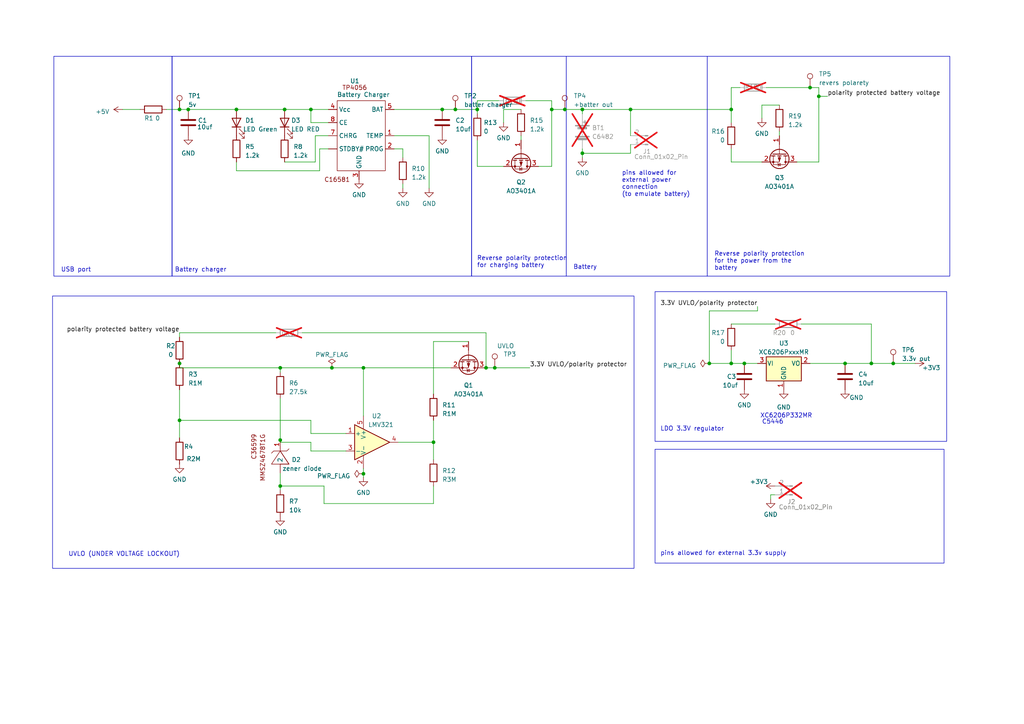
<source format=kicad_sch>
(kicad_sch (version 20230121) (generator eeschema)
  (paper "A4")
  (title_block (title "Power Subsystem Schematic") (date "2023-03-11") (rev "0.5") (company "UCT") (comment 1 "Author: Kian Frassek") (comment 2 "voltage regulation, undervoltage protection and reverse polarity protection circuitry") (comment 3 "Shows the battery, battery charger, "))
  (lib_symbols
    (symbol "Amplifier_Operational:LMV321" (pin_names (offset 0.127))
      (property "Reference" "U" (at 0 5.08 0))
      (property "Value" "LMV321" (at 0 -5.08 0))
      (symbol "LMV321_0_1"
        (polyline (pts (xy -5.08 5.08) (xy 5.08 0) (xy -5.08 -5.08) (xy -5.08 5.08)) (stroke (width 0.254)) (fill (type background)))
        (pin power_in line (at -2.54 -7.62 90) (length 3.81) (name "V-") (number "2"))
        (pin power_in line (at -2.54 7.62 270) (length 3.81) (name "V+") (number "5"))
      )
      (symbol "LMV321_1_1"
        (pin input line (at -7.62 2.54 0) (length 2.54) (name "+") (number "1"))
        (pin input line (at -7.62 -2.54 0) (length 2.54) (name "-") (number "3"))
        (pin output line (at 7.62 0 180) (length 2.54) (name "~") (number "4"))
      )
    )
    (symbol "Connector:Conn_01x02_Pin" (pin_names (offset 1.016) hide)
      (property "Reference" "J" (at 0 2.54 0))
      (property "Value" "Conn_01x02_Pin" (at 0 -5.08 0))
      (symbol "Conn_01x02_Pin_1_1"
        (polyline (pts (xy 1.27 -2.54) (xy 0.8636 -2.54)) (stroke (width 0.1524)))
        (polyline (pts (xy 1.27 0) (xy 0.8636 0)) (stroke (width 0.1524)))
        (rectangle (start 0.8636 -2.413) (end 0 -2.667) (stroke (width 0.1524)) (fill (type outline)))
        (rectangle (start 0.8636 0.127) (end 0 -0.127) (stroke (width 0.1524)) (fill (type outline)))
        (pin passive line (at 5.08 0 180) (length 3.81) (name "Pin_1") (number "1"))
        (pin passive line (at 5.08 -2.54 180) (length 3.81) (name "Pin_2") (number "2"))
      )
    )
    (symbol "Connector:TestPoint" (pin_numbers hide) (pin_names (offset 0.762) hide)
      (property "Reference" "TP" (at 0 6.858 0))
      (property "Value" "TestPoint" (at 0 5.08 0))
      (symbol "TestPoint_0_1"
        (circle (center 0 3.302) (radius 0.762))
      )
      (symbol "TestPoint_1_1"
        (pin passive line (at 0 0 90) (length 2.54) (name "1") (number "1"))
      )
    )
    (symbol "Device:Battery" (pin_numbers hide) (pin_names (offset 0) hide)
      (property "Reference" "BT" (at 2.54 2.54 0))
      (property "Value" "Battery" (at 2.54 0 0))
      (symbol "Battery_0_1"
        (rectangle (start -2.032 -1.397) (end 2.032 -1.651) (fill (type outline)))
        (rectangle (start -2.032 1.778) (end 2.032 1.524) (fill (type outline)))
        (rectangle (start -1.3208 -1.9812) (end 1.27 -2.4892) (fill (type outline)))
        (rectangle (start -1.3208 1.1938) (end 1.27 0.6858) (fill (type outline)))
        (polyline (pts (xy 0 -1.524) (xy 0 -1.27)))
        (polyline (pts (xy 0 -1.016) (xy 0 -0.762)))
        (polyline (pts (xy 0 -0.508) (xy 0 -0.254)))
        (polyline (pts (xy 0 0) (xy 0 0.254)))
        (polyline (pts (xy 0 0.508) (xy 0 0.762)))
        (polyline (pts (xy 0 1.778) (xy 0 2.54)))
        (polyline (pts (xy 0.254 2.667) (xy 1.27 2.667)) (stroke (width 0.254)))
        (polyline (pts (xy 0.762 3.175) (xy 0.762 2.159)) (stroke (width 0.254)))
      )
      (symbol "Battery_1_1"
        (pin passive line (at 0 5.08 270) (length 2.54) (name "+") (number "1"))
        (pin passive line (at 0 -5.08 90) (length 2.54) (name "-") (number "2"))
      )
    )
    (symbol "Device:C" (pin_numbers hide) (pin_names (offset 0.254))
      (property "Reference" "C" (at 0.635 2.54 0))
      (property "Value" "C" (at 0.635 -2.54 0))
      (symbol "C_0_1"
        (polyline (pts (xy -2.032 -0.762) (xy 2.032 -0.762)) (stroke (width 0.508)))
        (polyline (pts (xy -2.032 0.762) (xy 2.032 0.762)) (stroke (width 0.508)))
      )
      (symbol "C_1_1"
        (pin passive line (at 0 3.81 270) (length 2.794) (name "~") (number "1"))
        (pin passive line (at 0 -3.81 90) (length 2.794) (name "~") (number "2"))
      )
    )
    (symbol "Device:LED" (pin_numbers hide) (pin_names (offset 1.016) hide)
      (property "Reference" "D" (at 0 2.54 0))
      (property "Value" "LED" (at 0 -2.54 0))
      (symbol "LED_0_1"
        (polyline (pts (xy -1.27 -1.27) (xy -1.27 1.27)) (stroke (width 0.254)))
        (polyline (pts (xy -1.27 0) (xy 1.27 0)))
        (polyline (pts (xy 1.27 -1.27) (xy 1.27 1.27) (xy -1.27 0) (xy 1.27 -1.27)) (stroke (width 0.254)))
        (polyline (pts (xy -3.048 -0.762) (xy -4.572 -2.286) (xy -3.81 -2.286) (xy -4.572 -2.286) (xy -4.572 -1.524)))
        (polyline (pts (xy -1.778 -0.762) (xy -3.302 -2.286) (xy -2.54 -2.286) (xy -3.302 -2.286) (xy -3.302 -1.524)))
      )
      (symbol "LED_1_1"
        (pin passive line (at -3.81 0 0) (length 2.54) (name "K") (number "1"))
        (pin passive line (at 3.81 0 180) (length 2.54) (name "A") (number "2"))
      )
    )
    (symbol "Device:R" (pin_numbers hide) (pin_names (offset 0))
      (property "Reference" "R" (at 2.032 0 90))
      (property "Value" "R" (at 0 0 90))
      (symbol "R_0_1"
        (rectangle (start -1.016 -2.54) (end 1.016 2.54) (stroke (width 0.254)))
      )
      (symbol "R_1_1"
        (pin passive line (at 0 3.81 270) (length 1.27) (name "~") (number "1"))
        (pin passive line (at 0 -3.81 90) (length 1.27) (name "~") (number "2"))
      )
    )
    (symbol "Power comonentes:TP4056"
      (property "Reference" "U" (at -1.27 8.89 0))
      (symbol "TP4056_0_1"
        (rectangle (start -6.35 7.62) (end 7.62 -12.7))
        (text "C16581" (at -6.35 -15.24 0) (effects (font (size 1.27 1.27))))
        (text "TP4056" (at -1.27 11.43 0) (effects (font (size 1.27 1.27))))
      )
      (symbol "TP4056_1_1"
        (pin input line (at -8.89 -6.35 0) (length 2.54) (name "STDBY#") (number ""))
        (pin input line (at 10.16 -2.54 180) (length 2.54) (name "TEMP") (number "1"))
        (pin input line (at 10.16 -6.35 180) (length 2.54) (name "PROG") (number "2"))
        (pin input line (at 0 -15.24 90) (length 2.54) (name "GND") (number "3"))
        (pin input line (at -8.89 5.08 0) (length 2.54) (name "Vcc") (number "4"))
        (pin input line (at 10.16 5.08 180) (length 2.54) (name "BAT") (number "5"))
        (pin input line (at -8.89 -2.54 0) (length 2.54) (name "CHRG") (number "7"))
        (pin input line (at -8.89 1.27 0) (length 2.54) (name "CE") (number "8"))
      )
    )
    (symbol "Regulator_Linear:XC6206PxxxMR" (pin_names (offset 0.254))
      (property "Reference" "U" (at -3.81 3.175 0))
      (property "Value" "XC6206PxxxMR" (at 0 3.175 0))
      (symbol "XC6206PxxxMR_0_1"
        (rectangle (start -5.08 1.905) (end 5.08 -5.08) (stroke (width 0.254)) (fill (type background)))
      )
      (symbol "XC6206PxxxMR_1_1"
        (pin power_in line (at 0 -7.62 90) (length 2.54) (name "GND") (number "1"))
        (pin power_out line (at 7.62 0 180) (length 2.54) (name "VO") (number "2"))
        (pin power_in line (at -7.62 0 0) (length 2.54) (name "VI") (number "3"))
      )
    )
    (symbol "Transistor_FET:AO3401A" (pin_names hide)
      (property "Reference" "Q" (at 5.08 1.905 0))
      (property "Value" "AO3401A" (at 5.08 0 0))
      (symbol "AO3401A_0_1"
        (polyline (pts (xy 0.254 0) (xy -2.54 0)))
        (polyline (pts (xy 0.254 1.905) (xy 0.254 -1.905)) (stroke (width 0.254)))
        (polyline (pts (xy 0.762 -1.27) (xy 0.762 -2.286)) (stroke (width 0.254)))
        (polyline (pts (xy 0.762 0.508) (xy 0.762 -0.508)) (stroke (width 0.254)))
        (polyline (pts (xy 0.762 2.286) (xy 0.762 1.27)) (stroke (width 0.254)))
        (polyline (pts (xy 2.54 2.54) (xy 2.54 1.778)))
        (polyline (pts (xy 2.54 -2.54) (xy 2.54 0) (xy 0.762 0)))
        (polyline (pts (xy 0.762 1.778) (xy 3.302 1.778) (xy 3.302 -1.778) (xy 0.762 -1.778)))
        (polyline (pts (xy 2.286 0) (xy 1.27 0.381) (xy 1.27 -0.381) (xy 2.286 0)) (fill (type outline)))
        (polyline (pts (xy 2.794 -0.508) (xy 2.921 -0.381) (xy 3.683 -0.381) (xy 3.81 -0.254)))
        (polyline (pts (xy 3.302 -0.381) (xy 2.921 0.254) (xy 3.683 0.254) (xy 3.302 -0.381)))
        (circle (center 1.651 0) (radius 2.794) (stroke (width 0.254)))
        (circle (center 2.54 -1.778) (radius 0.254) (fill (type outline)))
        (circle (center 2.54 1.778) (radius 0.254) (fill (type outline)))
      )
      (symbol "AO3401A_1_1"
        (pin input line (at -5.08 0 0) (length 2.54) (name "G") (number "1"))
        (pin passive line (at 2.54 -5.08 90) (length 2.54) (name "S") (number "2"))
        (pin passive line (at 2.54 5.08 270) (length 2.54) (name "D") (number "3"))
      )
    )
    (symbol "power:+3V3" (power) (pin_names (offset 0))
      (property "Value" "+3V3" (at 0 3.556 0))
      (symbol "+3V3_0_1"
        (polyline (pts (xy -0.762 1.27) (xy 0 2.54)))
        (polyline (pts (xy 0 0) (xy 0 2.54)))
        (polyline (pts (xy 0 2.54) (xy 0.762 1.27)))
      )
      (symbol "+3V3_1_1"
        (pin power_in line (at 0 0 90) (length 0) hide (name "+3V3") (number "1"))
      )
    )
    (symbol "power:+5V" (power) (pin_names (offset 0))
      (property "Value" "+5V" (at 0 3.556 0))
      (symbol "+5V_0_1"
        (polyline (pts (xy -0.762 1.27) (xy 0 2.54)))
        (polyline (pts (xy 0 0) (xy 0 2.54)))
        (polyline (pts (xy 0 2.54) (xy 0.762 1.27)))
      )
      (symbol "+5V_1_1"
        (pin power_in line (at 0 0 90) (length 0) hide (name "+5V") (number "1"))
      )
    )
    (symbol "power:GND" (power) (pin_names (offset 0))
      (property "Value" "GND" (at 0 -3.81 0))
      (symbol "GND_0_1"
        (polyline (pts (xy 0 0) (xy 0 -1.27) (xy 1.27 -1.27) (xy 0 -2.54) (xy -1.27 -1.27) (xy 0 -1.27)))
      )
      (symbol "GND_1_1"
        (pin power_in line (at 0 0 270) (length 0) hide (name "GND") (number "1"))
      )
    )
    (symbol "power:PWR_FLAG" (power) (pin_numbers hide) (pin_names (offset 0) hide)
      (property "Value" "PWR_FLAG" (at 0 3.81 0))
      (symbol "PWR_FLAG_0_0"
        (pin power_out line (at 0 0 90) (length 0) (name "pwr") (number "1"))
      )
      (symbol "PWR_FLAG_0_1"
        (polyline (pts (xy 0 0) (xy 0 1.27) (xy -1.016 1.905) (xy 0 2.54) (xy 1.016 1.905) (xy 0 1.27)))
      )
    )
    (symbol "power_components_library:MMSZ4678T1G"
      (property "Reference" "D" (at 0 3.81 0))
      (symbol "MMSZ4678T1G_0_1"
        (polyline (pts (xy 1.905 1.905) (xy 1.905 -2.54) (xy -1.905 0) (xy 1.905 2.54) (xy 1.905 1.905)))
        (polyline (pts (xy -1.905 -1.905) (xy -1.905 1.905) (xy -2.54 2.54) (xy -1.905 1.905) (xy -1.905 -1.905) (xy -1.27 -2.54) (xy -1.905 -1.905) (xy -1.905 0) (xy -3.175 0) (xy -1.905 0) (xy 1.905 2.54) (xy 1.905 0) (xy 2.54 0)))
        (text "C36599" (at -3.175 -7.62 0) (effects (font (size 1.27 1.27))))
        (text "MMSZ4678T1G" (at 0 -5.08 0) (effects (font (size 1.27 1.27))))
      )
      (symbol "MMSZ4678T1G_1_1"
        (pin input line (at 4.445 0 180) (length 2.54) (name "2") (number ""))
        (pin input line (at -5.08 0 0) (length 2.54) (name "") (number "1"))
      )
    )
  )
  (junction (at 52.07 121.92))
  (junction (at 132.08 31.75))
  (junction (at 81.28 106.68))
  (junction (at 245.11 105.41))
  (junction (at 52.07 105.41))
  (junction (at 125.73 128.27))
  (junction (at 140.97 106.68))
  (junction (at 160.02 31.75))
  (junction (at 252.73 105.41))
  (junction (at 234.95 25.4))
  (junction (at 82.55 31.75))
  (junction (at 212.09 105.41))
  (junction (at 68.58 31.75))
  (junction (at 81.28 127.635))
  (junction (at 259.08 105.41))
  (junction (at 105.41 137.414))
  (junction (at 81.28 140.97))
  (junction (at 128.27 31.75))
  (junction (at 182.88 31.75))
  (junction (at 90.17 31.75))
  (junction (at 52.07 31.75))
  (junction (at 215.9 105.41))
  (junction (at 205.74 105.41))
  (junction (at 163.83 31.75))
  (junction (at 143.51 106.68))
  (junction (at 168.91 31.75))
  (junction (at 237.49 27.94))
  (junction (at 212.09 31.75))
  (junction (at 105.41 106.68))
  (junction (at 138.43 31.75))
  (junction (at 96.266 106.68))
  (junction (at 168.91 44.45))
  (junction (at 54.61 31.75))
  (wire (pts (xy 128.27 31.75) (xy 132.08 31.75)))
  (wire (pts (xy 160.02 48.26) (xy 156.21 48.26)))
  (wire (pts (xy 152.4 29.21) (xy 160.02 29.21)))
  (wire (pts (xy 90.17 130.81) (xy 90.17 128.27)))
  (wire (pts (xy 182.88 44.45) (xy 182.88 41.91)))
  (wire (pts (xy 163.83 31.75) (xy 168.91 31.75)))
  (wire (pts (xy 82.55 46.99) (xy 91.44 46.99)))
  (wire (pts (xy 90.17 125.73) (xy 100.33 125.73)))
  (wire (pts (xy 125.73 114.3) (xy 125.73 99.06)))
  (wire (pts (xy 140.97 106.68) (xy 143.51 106.68)))
  (wire (pts (xy 245.11 105.41) (xy 252.73 105.41)))
  (wire (pts (xy 52.07 113.03) (xy 52.07 121.92)))
  (wire (pts (xy 168.91 31.75) (xy 182.88 31.75)))
  (wire (pts (xy 114.3 39.37) (xy 124.46 39.37)))
  (wire (pts (xy 52.07 121.92) (xy 52.07 127)))
  (wire (pts (xy 125.73 121.92) (xy 125.73 128.27)))
  (wire (pts (xy 138.43 31.75) (xy 138.43 33.02)))
  (wire (pts (xy 125.73 140.97) (xy 125.73 146.05)))
  (wire (pts (xy 212.09 105.41) (xy 215.9 105.41)))
  (wire (pts (xy 132.08 31.75) (xy 138.43 31.75)))
  (wire (pts (xy 54.61 31.75) (xy 68.58 31.75)))
  (wire (pts (xy 212.09 101.6) (xy 212.09 105.41)))
  (wire (pts (xy 52.07 97.79) (xy 52.07 96.52)))
  (wire (pts (xy 234.95 105.41) (xy 245.11 105.41)))
  (wire (pts (xy 96.266 106.68) (xy 105.41 106.68)))
  (wire (pts (xy 52.07 31.75) (xy 54.61 31.75)))
  (wire (pts (xy 212.09 43.18) (xy 212.09 46.99)))
  (wire (pts (xy 219.71 90.17) (xy 219.71 88.9)))
  (wire (pts (xy 105.41 137.414) (xy 105.41 138.43)))
  (wire (pts (xy 125.73 146.05) (xy 93.98 146.05)))
  (wire (pts (xy 52.07 105.41) (xy 52.07 106.68)))
  (wire (pts (xy 143.51 106.68) (xy 153.67 106.68)))
  (wire (pts (xy 52.07 106.68) (xy 81.28 106.68)))
  (wire (pts (xy 168.91 31.75) (xy 168.91 33.02)))
  (wire (pts (xy 105.41 106.68) (xy 105.41 120.65)))
  (wire (pts (xy 215.9 105.41) (xy 219.71 105.41)))
  (wire (pts (xy 82.55 31.75) (xy 90.17 31.75)))
  (wire (pts (xy 105.41 135.89) (xy 105.41 137.414)))
  (wire (pts (xy 252.73 93.98) (xy 252.73 105.41)))
  (wire (pts (xy 81.28 115.57) (xy 81.28 127.635)))
  (wire (pts (xy 212.09 46.99) (xy 220.98 46.99)))
  (wire (pts (xy 224.79 143.51) (xy 223.52 143.51)))
  (wire (pts (xy 160.02 31.75) (xy 163.83 31.75)))
  (wire (pts (xy 151.13 31.75) (xy 146.05 31.75)))
  (wire (pts (xy 68.58 31.75) (xy 82.55 31.75)))
  (wire (pts (xy 125.73 128.27) (xy 125.73 133.35)))
  (wire (pts (xy 231.14 46.99) (xy 237.49 46.99)))
  (wire (pts (xy 124.46 39.37) (xy 124.46 54.61)))
  (wire (pts (xy 212.09 105.41) (xy 205.74 105.41)))
  (wire (pts (xy 81.28 106.68) (xy 81.28 107.95)))
  (wire (pts (xy 95.25 35.56) (xy 90.17 35.56)))
  (wire (pts (xy 81.28 140.97) (xy 93.98 140.97)))
  (wire (pts (xy 114.3 31.75) (xy 128.27 31.75)))
  (wire (pts (xy 212.09 25.4) (xy 212.09 31.75)))
  (wire (pts (xy 90.17 128.27) (xy 81.28 128.27)))
  (wire (pts (xy 205.74 105.41) (xy 205.74 90.17)))
  (wire (pts (xy 160.02 31.75) (xy 160.02 48.26)))
  (wire (pts (xy 68.58 46.99) (xy 68.58 49.53)))
  (wire (pts (xy 138.43 40.64) (xy 138.43 48.26)))
  (wire (pts (xy 81.28 106.68) (xy 96.266 106.68)))
  (wire (pts (xy 81.28 137.16) (xy 81.28 140.97)))
  (wire (pts (xy 237.49 27.94) (xy 237.49 25.4)))
  (wire (pts (xy 151.13 39.37) (xy 151.13 40.64)))
  (wire (pts (xy 234.95 25.4) (xy 222.25 25.4)))
  (wire (pts (xy 232.41 93.98) (xy 252.73 93.98)))
  (wire (pts (xy 90.17 35.56) (xy 90.17 31.75)))
  (wire (pts (xy 116.84 43.18) (xy 114.3 43.18)))
  (wire (pts (xy 81.28 140.97) (xy 81.28 142.24)))
  (wire (pts (xy 92.71 49.53) (xy 92.71 43.18)))
  (wire (pts (xy 220.98 30.48) (xy 220.98 34.29)))
  (wire (pts (xy 212.09 93.98) (xy 224.79 93.98)))
  (wire (pts (xy 91.44 39.37) (xy 95.25 39.37)))
  (wire (pts (xy 116.84 45.72) (xy 116.84 43.18)))
  (wire (pts (xy 205.74 90.17) (xy 219.71 90.17)))
  (wire (pts (xy 35.56 31.75) (xy 40.64 31.75)))
  (wire (pts (xy 237.49 25.4) (xy 234.95 25.4)))
  (wire (pts (xy 138.43 48.26) (xy 146.05 48.26)))
  (wire (pts (xy 91.44 46.99) (xy 91.44 39.37)))
  (wire (pts (xy 115.57 128.27) (xy 125.73 128.27)))
  (wire (pts (xy 90.17 121.92) (xy 90.17 125.73)))
  (wire (pts (xy 68.58 49.53) (xy 92.71 49.53)))
  (wire (pts (xy 125.73 99.06) (xy 135.89 99.06)))
  (wire (pts (xy 138.43 29.21) (xy 144.78 29.21)))
  (wire (pts (xy 168.91 44.45) (xy 168.91 45.72)))
  (wire (pts (xy 168.91 43.18) (xy 168.91 44.45)))
  (wire (pts (xy 146.05 31.75) (xy 146.05 35.56)))
  (wire (pts (xy 87.63 96.52) (xy 140.97 96.52)))
  (wire (pts (xy 226.06 30.48) (xy 220.98 30.48)))
  (wire (pts (xy 130.81 106.68) (xy 105.41 106.68)))
  (wire (pts (xy 182.88 31.75) (xy 212.09 31.75)))
  (wire (pts (xy 93.98 146.05) (xy 93.98 140.97)))
  (wire (pts (xy 140.97 96.52) (xy 140.97 106.68)))
  (wire (pts (xy 100.33 130.81) (xy 90.17 130.81)))
  (wire (pts (xy 237.49 27.94) (xy 240.03 27.94)))
  (wire (pts (xy 237.49 46.99) (xy 237.49 27.94)))
  (wire (pts (xy 214.63 25.4) (xy 212.09 25.4)))
  (wire (pts (xy 182.88 31.75) (xy 182.88 39.37)))
  (wire (pts (xy 52.07 96.52) (xy 80.01 96.52)))
  (wire (pts (xy 160.02 29.21) (xy 160.02 31.75)))
  (wire (pts (xy 90.17 31.75) (xy 95.25 31.75)))
  (wire (pts (xy 92.71 43.18) (xy 95.25 43.18)))
  (wire (pts (xy 223.52 143.51) (xy 223.52 144.78)))
  (wire (pts (xy 48.26 31.75) (xy 52.07 31.75)))
  (wire (pts (xy 52.07 121.92) (xy 90.17 121.92)))
  (wire (pts (xy 252.73 105.41) (xy 259.08 105.41)))
  (wire (pts (xy 168.91 44.45) (xy 182.88 44.45)))
  (wire (pts (xy 138.43 31.75) (xy 138.43 29.21)))
  (wire (pts (xy 116.84 53.34) (xy 116.84 54.61)))
  (wire (pts (xy 259.08 105.41) (xy 265.43 105.41)))
  (wire (pts (xy 226.06 38.1) (xy 226.06 39.37)))
  (wire (pts (xy 212.09 31.75) (xy 212.09 35.56)))
  (wire (pts (xy 81.28 127.635) (xy 81.28 128.27)))
  (rectangle (start 189.992 84.582) (end 274.574 128.016))
  (rectangle (start 49.911 16.3322) (end 136.779 80.0862))
  (rectangle (start 189.992 130.302) (end 273.812 163.322))
  (rectangle (start 164.2364 16.3322) (end 205.1304 80.0862))
  (rectangle (start 205.1304 16.3322) (end 275.4884 80.0862))
  (rectangle (start 15.621 16.3322) (end 49.911 80.0862))
  (rectangle (start 15.24 85.852) (end 183.896 164.846))
  (rectangle (start 136.8044 16.3322) (end 164.2364 80.0862))
  (text "C5446" (at 220.98 123.19 0) (effects (font (size 1.27 1.27)) (justify left bottom)))
  (text "USB port" (at 17.653 79.0702 0) (effects (font (size 1.27 1.27)) (justify left bottom)))
  (text "UVLO (UNDER VOLTAGE LOCKOUT)" (at 19.812 161.544 0) (effects (font (size 1.27 1.27)) (justify left bottom)))
  (text "Battery charger" (at 50.673 79.0702 0) (effects (font (size 1.27 1.27)) (justify left bottom)))
  (text "XC6206P332MR" (at 220.472 121.412 0) (effects (font (size 1.27 1.27)) (justify left bottom)))
  (text "pins allowed for\nexternal power \nconnection \n(to emulate battery)" (at 180.34 57.15 0) (effects (font (size 1.27 1.27)) (justify left bottom)))
  (text "LDO 3.3V regulator" (at 191.516 125.222 0) (effects (font (size 1.27 1.27)) (justify left bottom)))
  (text "pins allowed for external 3.3v supply" (at 191.516 161.29 0) (effects (font (size 1.27 1.27)) (justify left bottom)))
  (text "Reverse polarity protection \nfor the power from the\nbattery" (at 207.1624 78.5622 0) (effects (font (size 1.27 1.27)) (justify left bottom)))
  (text "Reverse polarity protection \nfor charging battery" (at 138.3284 77.8002 0) (effects (font (size 1.27 1.27)) (justify left bottom)))
  (text "Battery" (at 166.2684 78.3082 0) (effects (font (size 1.27 1.27)) (justify left bottom)))
  (label "3.3V UVLO{slash}polarity protector" (at 153.67 106.68 0))
  (label "polarity protected battery voltage" (at 52.07 96.52 180))
  (label "3.3V UVLO{slash}polarity protector" (at 219.71 88.9 180))
  (label "polarity protected battery voltage" (at 240.03 27.94 0))
  (symbol (lib_id "power:GND") (at 146.05 35.56 0) (unit 1)
    (property "Reference" "#PWR010" (effects hide))
    (property "Value" "GND" (at 146.05 40.005 0))
  )
  (symbol (lib_id "Connector:TestPoint") (at 234.95 25.4 0) (unit 1)
    (property "Reference" "TP5" (at 237.49 21.463 0) (effects (justify left)))
    (property "Value" "revers polarety " (at 237.49 24.003 0) (effects (justify left)))
    (property "Extended Part Cost" "0" (effects hide))
    (property "cost per unit" "0" (effects hide))
  )
  (symbol (lib_id "power:GND") (at 168.91 45.72 0) (unit 1)
    (property "Reference" "#PWR011" (effects hide))
    (property "Value" "GND" (at 168.91 50.165 0))
  )
  (symbol (lib_id "Device:R") (at 151.13 35.56 0) (unit 1)
    (property "Reference" "R15" (at 153.67 34.925 0) (effects (justify left)))
    (property "Value" "1.2k" (at 153.67 37.465 0) (effects (justify left)))
    (property "Extended Part Cost" "0" (effects hide))
    (property "JLC code" "C19702" (effects hide))
    (property "Part name" "0603WAF1201T5E" (effects hide))
    (property "cost per unit" "0,0066" (effects hide))
  )
  (symbol (lib_id "power:+3V3") (at 265.43 105.41 270) (unit 1)
    (property "Reference" "#PWR018" (effects hide))
    (property "Value" "+3V3" (at 267.462 106.68 90) (effects (justify left)))
  )
  (symbol (lib_id "Connector:TestPoint") (at 52.07 31.75 0) (unit 1)
    (property "Reference" "TP1" (at 54.61 27.813 0) (effects (justify left)))
    (property "Value" "5v" (at 54.61 30.353 0) (effects (justify left)))
    (property "Extended Part Cost" "0" (effects hide))
    (property "cost per unit" "0" (effects hide))
  )
  (symbol (lib_id "Device:LED") (at 82.55 35.56 90) (unit 1)
    (property "Reference" "D3" (at 84.455 34.925 90) (effects (justify right)))
    (property "Value" "LED RED" (at 84.455 37.465 90) (effects (justify right)))
    (property "Extended Part Cost" "0" (effects hide))
    (property "JLC code" "C2286" (effects hide))
    (property "Part name" "LED_0603" (effects hide))
    (property "cost per unit" "0,0054" (effects hide))
  )
  (symbol (lib_id "Transistor_FET:AO3401A") (at 135.89 104.14 270) (unit 1)
    (property "Reference" "Q1" (at 135.89 111.76 90))
    (property "Value" "AO3401A" (at 135.89 114.3 90))
    (property "Footprint" "Package_TO_SOT_SMD:SOT-23" (effects hide))
    (property "Datasheet" "http://www.aosmd.com/pdfs/datasheet/AO3401A.pdf" (effects hide))
    (property "Extended Part Cost" "0" (effects hide))
    (property "JLC code" "C15127" (effects hide))
    (property "Part name" "AO3401A" (effects hide))
    (property "cost per unit" "0,0797" (effects hide))
  )
  (symbol (lib_id "Connector:TestPoint") (at 143.51 106.68 0) (unit 1)
    (property "Reference" "TP3" (at 146.05 102.743 0) (effects (justify left)))
    (property "Value" "UVLO" (at 144.145 100.33 0) (effects (justify left)))
    (property "Extended Part Cost" "0" (effects hide))
    (property "cost per unit" "0" (effects hide))
  )
  (symbol (lib_id "Regulator_Linear:XC6206PxxxMR") (at 227.33 105.41 0) (unit 1)
    (property "Reference" "U3" (at 227.33 99.568 0))
    (property "Value" "XC6206PxxxMR" (at 227.33 102.108 0))
    (property "Footprint" "Package_TO_SOT_SMD:SOT-23-3" (effects hide))
    (property "Datasheet" "https://www.torexsemi.com/file/xc6206/XC6206.pdf" (effects hide))
    (property "Extended Part Cost" "0" (effects hide))
    (property "JLC code" "C5446" (effects hide))
    (property "Part name" "XC6206P332MR" (effects hide))
    (property "cost per unit" "0,0964" (effects hide))
  )
  (symbol (lib_id "Device:R") (at 81.28 146.05 0) (unit 1)
    (property "Reference" "R7" (at 83.82 145.415 0) (effects (justify left)))
    (property "Value" "10k" (at 83.82 147.955 0) (effects (justify left)))
    (property "Extended Part Cost" "0" (effects hide))
    (property "JLC code" "C17414" (effects hide))
    (property "Part name" "0805W8F1002T5E" (effects hide))
    (property "cost per unit" "0,0010" (effects hide))
  )
  (symbol (lib_id "power:GND") (at 105.41 138.43 0) (unit 1)
    (property "Reference" "#PWR06" (effects hide))
    (property "Value" "GND" (at 105.41 142.875 0))
  )
  (symbol (lib_id "Device:R") (at 81.28 111.76 0) (unit 1)
    (property "Reference" "R6" (at 83.82 111.125 0) (effects (justify left)))
    (property "Value" "27.5k" (at 83.82 113.665 0) (effects (justify left)))
    (property "Extended Part Cost" "0" (effects hide))
    (property "JLC code" "C17593" (effects hide))
    (property "Part name" "0805W8F2702T5E" (effects hide))
    (property "cost per unit" "0,0018" (effects hide))
  )
  (symbol (lib_id "Transistor_FET:AO3401A") (at 226.06 44.45 270) (unit 1)
    (property "Reference" "Q3" (at 226.06 51.562 90))
    (property "Value" "AO3401A" (at 226.06 54.102 90))
    (property "Footprint" "Package_TO_SOT_SMD:SOT-23" (effects hide))
    (property "Datasheet" "http://www.aosmd.com/pdfs/datasheet/AO3401A.pdf" (effects hide))
    (property "Extended Part Cost" "0" (effects hide))
    (property "JLC code" "C15127" (effects hide))
    (property "Part name" "AO3401A" (effects hide))
    (property "cost per unit" "0,0797" (effects hide))
  )
  (symbol (lib_id "power:GND") (at 245.11 113.03 0) (unit 1)
    (property "Reference" "#PWR017" (effects hide))
    (property "Value" "GND" (at 248.412 115.316 0))
  )
  (symbol (lib_id "Device:R") (at 125.73 118.11 0) (unit 1)
    (property "Reference" "R11" (at 128.27 117.475 0) (effects (justify left)))
    (property "Value" "R1M" (at 128.27 120.015 0) (effects (justify left)))
    (property "Extended Part Cost" "0" (effects hide))
    (property "JLC code" "C17514" (effects hide))
    (property "Part name" "0805W8F1004T5E" (effects hide))
    (property "cost per unit" "0,0016" (effects hide))
  )
  (symbol (lib_id "Connector:Conn_01x02_Pin") (at 229.87 143.51 180) (unit 1) (dnp yes)
    (property "Reference" "J2" (at 228.346 145.542 0) (effects (justify right)))
    (property "Value" "Conn_01x02_Pin" (at 225.806 147.066 0) (effects (justify right)))
    (property "DNF" "X" (effects hide))
    (property "Extended Part Cost" "0" (effects hide))
    (property "JLC code" "C5116481" (effects hide))
    (property "Part name" "2.54-1*2" (effects hide))
    (property "cost per unit" "0" (effects hide))
  )
  (symbol (lib_id "power:GND") (at 124.46 54.61 0) (unit 1)
    (property "Reference" "#PWR08" (effects hide))
    (property "Value" "GND" (at 124.46 59.055 0))
  )
  (symbol (lib_id "Device:LED") (at 68.58 35.56 90) (unit 1)
    (property "Reference" "D1" (at 71.12 34.925 90) (effects (justify right)))
    (property "Value" "LED Green" (at 70.485 37.465 90) (effects (justify right)))
    (property "Extended Part Cost" "0" (effects hide))
    (property "JLC code" "C2296" (effects hide))
    (property "Part name" "17-21SUYC/TR8" (effects hide))
    (property "cost per unit" "0,0119" (effects hide))
  )
  (symbol (lib_id "Device:R") (at 68.58 43.18 0) (unit 1)
    (property "Reference" "R5" (at 71.12 42.545 0) (effects (justify left)))
    (property "Value" "1.2k" (at 71.12 45.085 0) (effects (justify left)))
    (property "Extended Part Cost" "0" (effects hide))
    (property "JLC code" "C19702" (effects hide))
    (property "Part name" "0603WAF1201T5E" (effects hide))
    (property "cost per unit" "0,0066" (effects hide))
  )
  (symbol (lib_id "power:GND") (at 54.61 39.37 0) (unit 1)
    (property "Reference" "#PWR03" (effects hide))
    (property "Value" "GND" (at 54.61 44.45 0))
  )
  (symbol (lib_id "Device:R") (at 228.6 93.98 270) (unit 1) (dnp yes)
    (property "Reference" "R20" (at 226.06 96.52 90))
    (property "Value" "0" (at 229.87 96.52 90))
    (property "Extended Part Cost" "0" (effects hide))
    (property "JLC code" "C21189" (effects hide))
    (property "Part name" "0603WAF0000T5E" (effects hide))
    (property "cost per unit" "0,0010" (effects hide))
  )
  (symbol (lib_id "power:PWR_FLAG") (at 205.74 105.41 90) (unit 1)
    (property "Reference" "#FLG01" (effects hide))
    (property "Value" "PWR_FLAG" (at 201.93 106.045 90) (effects (justify left)))
  )
  (symbol (lib_id "power:GND") (at 223.52 144.78 0) (unit 1)
    (property "Reference" "#PWR014" (effects hide))
    (property "Value" "GND" (at 223.52 149.225 0))
  )
  (symbol (lib_id "Device:R") (at 44.45 31.75 270) (unit 1)
    (property "Reference" "R1" (at 43.18 34.29 90))
    (property "Value" "0" (at 45.72 34.29 90))
    (property "Extended Part Cost" "0" (effects hide))
    (property "JLC code" "C21189" (effects hide))
    (property "Part name" "0603WAF0000T5E" (effects hide))
    (property "cost per unit" "0,0010" (effects hide))
  )
  (symbol (lib_id "Device:C") (at 215.9 109.22 0) (unit 1)
    (property "Reference" "C3" (at 210.82 109.22 0) (effects (justify left)))
    (property "Value" "10uf" (at 209.55 111.76 0) (effects (justify left)))
    (property "Extended Part Cost" "0" (effects hide))
    (property "JLC code" "C19702" (effects hide))
    (property "Part name" "CL10A106KP8NNNC" (effects hide))
    (property "cost per unit" "0,0066" (effects hide))
  )
  (symbol (lib_id "power:GND") (at 52.07 134.62 0) (unit 1)
    (property "Reference" "#PWR02" (effects hide))
    (property "Value" "GND" (at 52.07 139.065 0))
  )
  (symbol (lib_id "power:+5V") (at 35.56 31.75 90) (unit 1)
    (property "Reference" "#PWR01" (effects hide))
    (property "Value" "+5V" (at 31.75 32.385 90) (effects (justify left)))
  )
  (symbol (lib_id "power:+3V3") (at 224.79 140.97 90) (unit 1)
    (property "Reference" "#PWR015" (effects hide))
    (property "Value" "+3V3" (at 222.758 139.7 90) (effects (justify left)))
  )
  (symbol (lib_id "Device:R") (at 52.07 130.81 0) (unit 1)
    (property "Reference" "R4" (at 53.34 129.54 0) (effects (justify left)))
    (property "Value" "R2M" (at 54.102 133.096 0) (effects (justify left)))
    (property "Extended Part Cost" "0" (effects hide))
    (property "JLC code" "C26112" (effects hide))
    (property "Part name" "0805W8F2004T5E" (effects hide))
    (property "cost per unit" "0,0024" (effects hide))
  )
  (symbol (lib_id "Device:R") (at 125.73 137.16 0) (unit 1)
    (property "Reference" "R12" (at 128.27 136.525 0) (effects (justify left)))
    (property "Value" "R3M" (at 128.27 139.065 0) (effects (justify left)))
    (property "Extended Part Cost" "0" (effects hide))
    (property "JLC code" "C23156" (effects hide))
    (property "Part name" "0603WAF3004T5E" (effects hide))
    (property "cost per unit" "0,0013" (effects hide))
  )
  (symbol (lib_id "Device:C") (at 128.27 35.56 0) (unit 1)
    (property "Reference" "C2" (at 132.08 34.925 0) (effects (justify left)))
    (property "Value" "10uf" (at 132.08 37.465 0) (effects (justify left)))
    (property "Extended Part Cost" "0" (effects hide))
    (property "JLC code" "C19702" (effects hide))
    (property "Part name" "CL10A106KP8NNNC" (effects hide))
    (property "cost per unit" "0,0066" (effects hide))
  )
  (symbol (lib_id "Device:R") (at 218.44 25.4 270) (unit 1) (dnp yes)
    (property "Reference" "R18" (at 217.932 25.273 90))
    (property "Value" "0" (at 220.218 25.4 90))
    (property "Extended Part Cost" "0" (effects hide))
    (property "JLC code" "C21189" (effects hide))
    (property "Part name" "0603WAF0000T5E" (effects hide))
    (property "cost per unit" "0,0010" (effects hide))
  )
  (symbol (lib_id "power:PWR_FLAG") (at 105.41 137.414 90) (unit 1)
    (property "Reference" "#FLG03" (effects hide))
    (property "Value" "PWR_FLAG" (at 101.6 138.049 90) (effects (justify left)))
  )
  (symbol (lib_id "Device:R") (at 52.07 109.22 0) (unit 1)
    (property "Reference" "R3" (at 54.61 108.585 0) (effects (justify left)))
    (property "Value" "R1M" (at 54.61 111.125 0) (effects (justify left)))
    (property "Extended Part Cost" "0" (effects hide))
    (property "JLC code" "C17514" (effects hide))
    (property "Part name" "0805W8F1004T5E" (effects hide))
    (property "cost per unit" "0,0016" (effects hide))
  )
  (symbol (lib_id "Device:R") (at 212.09 97.79 180) (unit 1)
    (property "Reference" "R17" (at 208.28 96.52 0))
    (property "Value" "0" (at 209.55 99.06 0))
    (property "Extended Part Cost" "0" (effects hide))
    (property "JLC code" "C21189" (effects hide))
    (property "Part name" "0603WAF0000T5E" (effects hide))
    (property "cost per unit" "0,0010" (effects hide))
  )
  (symbol (lib_id "power_components_library:MMSZ4678T1G") (at 81.28 132.715 270) (unit 1)
    (property "Reference" "D2" (at 84.582 133.3349 90) (effects (justify left)))
    (property "Value" "zener diode" (at 87.63 135.89 90))
    (property "Extended Part Cost" "3" (effects hide))
    (property "JLC code" "C36599" (effects hide))
    (property "Part name" "MMSZ4678T18" (effects hide))
    (property "cost per unit" "0,0956" (effects hide))
  )
  (symbol (lib_id "power:GND") (at 128.27 39.37 0) (unit 1)
    (property "Reference" "#PWR09" (effects hide))
    (property "Value" "GND" (at 128.27 43.815 0))
  )
  (symbol (lib_id "power:GND") (at 104.14 52.07 0) (unit 1)
    (property "Reference" "#PWR05" (effects hide))
    (property "Value" "GND" (at 104.14 56.515 0))
  )
  (symbol (lib_id "power:GND") (at 116.84 54.61 0) (unit 1)
    (property "Reference" "#PWR07" (effects hide))
    (property "Value" "GND" (at 116.84 59.055 0))
  )
  (symbol (lib_id "Device:R") (at 148.59 29.21 270) (unit 1) (dnp yes)
    (property "Reference" "R14" (at 148.336 29.591 90))
    (property "Value" "0" (at 150.368 29.21 90))
    (property "Extended Part Cost" "0" (effects hide))
    (property "JLC code" "C21189" (effects hide))
    (property "Part name" "0603WAF0000T5E" (effects hide))
    (property "cost per unit" "0,0010" (effects hide))
  )
  (symbol (lib_id "Transistor_FET:AO3401A") (at 151.13 45.72 270) (unit 1)
    (property "Reference" "Q2" (at 151.13 52.832 90))
    (property "Value" "AO3401A" (at 151.13 55.372 90))
    (property "Footprint" "Package_TO_SOT_SMD:SOT-23" (effects hide))
    (property "Datasheet" "http://www.aosmd.com/pdfs/datasheet/AO3401A.pdf" (effects hide))
    (property "Extended Part Cost" "0" (effects hide))
    (property "JLC code" "C15127" (effects hide))
    (property "Part name" "AO3401A" (effects hide))
    (property "cost per unit" "0,0797" (effects hide))
  )
  (symbol (lib_id "Device:R") (at 83.82 96.52 90) (unit 1) (dnp yes)
    (property "Reference" "R9" (at 84.074 96.774 90))
    (property "Value" "0" (at 82.296 96.774 90))
    (property "Extended Part Cost" "0" (effects hide))
    (property "JLC code" "C21189" (effects hide))
    (property "Part name" "0603WAF0000T5E" (effects hide))
    (property "cost per unit" "0,0010" (effects hide))
  )
  (symbol (lib_id "power:GND") (at 215.9 113.03 0) (unit 1)
    (property "Reference" "#PWR012" (effects hide))
    (property "Value" "GND" (at 215.9 117.475 0))
  )
  (symbol (lib_id "power:GND") (at 227.33 113.03 0) (unit 1)
    (property "Reference" "#PWR016" (effects hide))
    (property "Value" "GND" (at 227.33 118.11 0))
  )
  (symbol (lib_id "Device:C") (at 245.11 109.22 0) (unit 1)
    (property "Reference" "C4" (at 248.92 108.585 0) (effects (justify left)))
    (property "Value" "10uf" (at 248.92 111.125 0) (effects (justify left)))
    (property "Extended Part Cost" "0" (effects hide))
    (property "JLC code" "C19702" (effects hide))
    (property "Part name" "CL10A106KP8NNNC" (effects hide))
    (property "cost per unit" "0,0066" (effects hide))
  )
  (symbol (lib_id "power:GND") (at 81.28 149.86 0) (unit 1)
    (property "Reference" "#PWR04" (effects hide))
    (property "Value" "GND" (at 81.28 154.305 0))
  )
  (symbol (lib_id "Device:R") (at 226.06 34.29 0) (unit 1)
    (property "Reference" "R19" (at 228.6 33.655 0) (effects (justify left)))
    (property "Value" "1.2k" (at 228.6 36.195 0) (effects (justify left)))
    (property "Extended Part Cost" "0" (effects hide))
    (property "JLC code" "C19702" (effects hide))
    (property "Part name" "0603WAF1201T5E" (effects hide))
    (property "cost per unit" "0,0066" (effects hide))
  )
  (symbol (lib_id "Device:R") (at 116.84 49.53 0) (unit 1)
    (property "Reference" "R10" (at 119.38 48.895 0) (effects (justify left)))
    (property "Value" "1.2k" (at 119.38 51.435 0) (effects (justify left)))
    (property "Extended Part Cost" "0" (effects hide))
    (property "JLC code" "C19702" (effects hide))
    (property "Part name" "0603WAF1201T5E" (effects hide))
    (property "cost per unit" "0,0066" (effects hide))
  )
  (symbol (lib_id "Device:R") (at 52.07 101.6 180) (unit 1)
    (property "Reference" "R2" (at 49.53 100.33 0))
    (property "Value" "0" (at 49.53 102.87 0))
    (property "Extended Part Cost" "0" (effects hide))
    (property "JLC code" "C21189" (effects hide))
    (property "Part name" "0603WAF0000T5E" (effects hide))
    (property "cost per unit" "0,0010" (effects hide))
  )
  (symbol (lib_id "Connector:TestPoint") (at 259.08 105.41 0) (unit 1)
    (property "Reference" "TP6" (at 261.62 101.473 0) (effects (justify left)))
    (property "Value" "3.3v out" (at 261.62 104.013 0) (effects (justify left)))
    (property "Extended Part Cost" "0" (effects hide))
    (property "cost per unit" "0" (effects hide))
  )
  (symbol (lib_id "power:GND") (at 220.98 34.29 0) (unit 1)
    (property "Reference" "#PWR013" (effects hide))
    (property "Value" "GND" (at 220.98 38.735 0))
  )
  (symbol (lib_id "Connector:Conn_01x02_Pin") (at 187.96 41.91 180) (unit 1) (dnp yes)
    (property "Reference" "J1" (at 186.436 43.942 0) (effects (justify right)))
    (property "Value" "Conn_01x02_Pin" (at 183.896 45.466 0) (effects (justify right)))
    (property "DNF" "X" (effects hide))
    (property "Extended Part Cost" "0" (effects hide))
    (property "JLC code" "C5116481" (effects hide))
    (property "Part name" "2.54-1*2" (effects hide))
    (property "cost per unit" "0" (effects hide))
  )
  (symbol (lib_id "Device:R") (at 138.43 36.83 180) (unit 1)
    (property "Reference" "R13" (at 142.24 35.56 0))
    (property "Value" "0" (at 140.97 38.1 0))
    (property "Extended Part Cost" "0" (effects hide))
    (property "JLC code" "C21189" (effects hide))
    (property "Part name" "0603WAF0000T5E" (effects hide))
    (property "cost per unit" "0,0010" (effects hide))
  )
  (symbol (lib_id "Device:R") (at 82.55 43.18 180) (unit 1)
    (property "Reference" "R8" (at 85.09 42.545 0) (effects (justify right)))
    (property "Value" "1.2k" (at 85.09 45.085 0) (effects (justify right)))
    (property "Extended Part Cost" "0" (effects hide))
    (property "JLC code" "C19702" (effects hide))
    (property "Part name" "0603WAF1201T5E" (effects hide))
    (property "cost per unit" "0,0066" (effects hide))
  )
  (symbol (lib_id "Amplifier_Operational:LMV321") (at 107.95 128.27 0) (unit 1)
    (property "Reference" "U2" (at 109.22 120.65 0))
    (property "Value" "LMV321" (at 110.49 123.19 0))
    (property "Datasheet" "http://www.ti.com/lit/ds/symlink/lmv324.pdf" (effects hide))
    (property "Extended Part Cost" "0" (effects hide))
    (property "JLC code" "C7972" (effects hide))
    (property "Part name" "LMV321" (effects hide))
    (property "cost per unit" "0,1439" (effects hide))
  )
  (symbol (lib_id "Device:R") (at 212.09 39.37 180) (unit 1)
    (property "Reference" "R16" (at 208.28 38.1 0))
    (property "Value" "0" (at 209.55 40.64 0))
    (property "Extended Part Cost" "0" (effects hide))
    (property "JLC code" "C21189" (effects hide))
    (property "Part name" "0603WAF0000T5E" (effects hide))
    (property "cost per unit" "0,0010" (effects hide))
  )
  (symbol (lib_id "Device:C") (at 54.61 35.56 0) (unit 1)
    (property "Reference" "C1" (at 57.404 34.925 0) (effects (justify left)))
    (property "Value" "10uf" (at 57.15 36.83 0) (effects (justify left)))
    (property "Extended Part Cost" "0" (effects hide))
    (property "JLC code" "C19702" (effects hide))
    (property "Part name" "CL10A106KP8NNNC" (effects hide))
    (property "cost per unit" "0,0066" (effects hide))
  )
  (symbol (lib_id "Device:Battery") (at 168.91 38.1 0) (unit 1) (dnp yes)
    (property "Reference" "BT1" (at 171.704 37.084 0) (effects (justify left)))
    (property "Value" "C6482" (at 171.704 39.624 0) (effects (justify left)))
    (property "DNF" "x" (effects hide))
    (property "JLC code" "C6482" (effects hide))
    (property "Part name" "BH-18650-B1BA002" (effects hide))
    (property "cost per unit" "0" (effects hide))
  )
  (symbol (lib_id "Connector:TestPoint") (at 163.83 31.75 0) (unit 1)
    (property "Reference" "TP4" (at 166.37 27.813 0) (effects (justify left)))
    (property "Value" "+batter out" (at 166.37 30.353 0) (effects (justify left)))
    (property "Extended Part Cost" "0" (effects hide))
    (property "cost per unit" "0" (effects hide))
  )
  (symbol (lib_id "Connector:TestPoint") (at 132.08 31.75 0) (unit 1)
    (property "Reference" "TP2" (at 134.62 27.813 0) (effects (justify left)))
    (property "Value" "batter charger" (at 134.62 30.353 0) (effects (justify left)))
    (property "Extended Part Cost" "0" (effects hide))
    (property "cost per unit" "0" (effects hide))
  )
  (symbol (lib_id "Power comonentes:TP4056") (at 104.14 36.83 0) (unit 1)
    (property "Reference" "U1" (at 102.9099 23.495 0))
    (property "Value" "Battery Charger" (at 105.41 27.432 0))
    (property "Footprint" "footprint:SOIC-8_L4.9-W3.9-P1.27-LS6.0-BL" (effects hide))
    (property "Extended Part Cost" "0" (effects hide))
    (property "JLC code" "C16581" (effects hide))
    (property "Part name" "TP4056" (effects hide))
    (property "cost per unit" "0,2064" (effects hide))
  )
  (symbol (lib_id "power:PWR_FLAG") (at 96.266 106.68 0) (unit 1)
    (property "Reference" "#FLG02" (effects hide))
    (property "Value" "PWR_FLAG" (at 96.266 102.87 0))
  )
)
</source>
